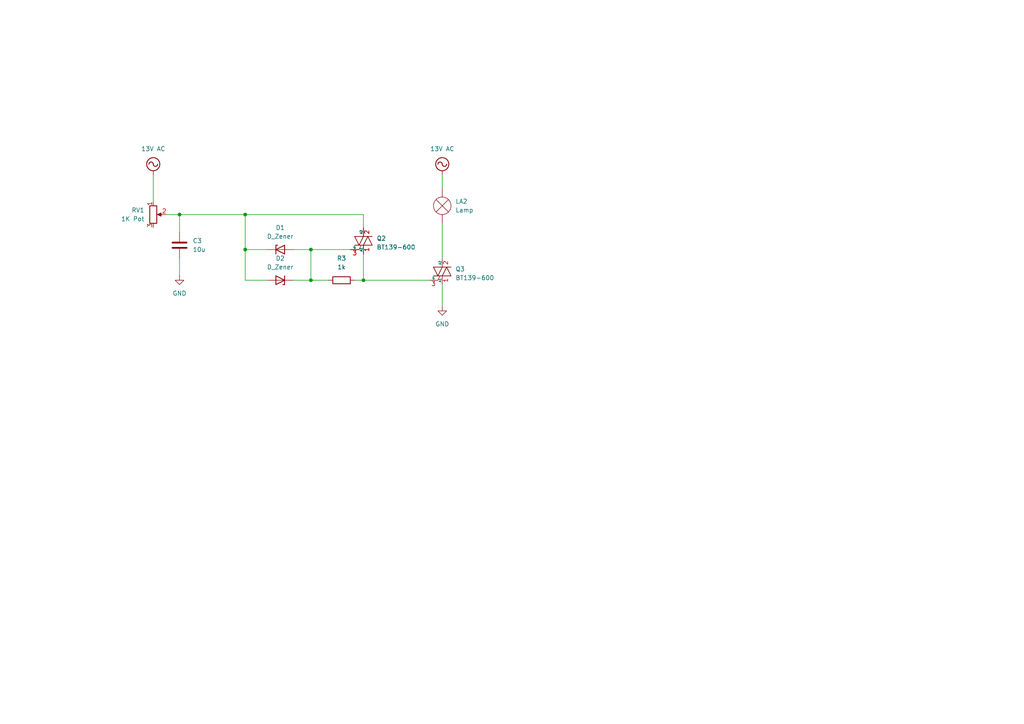
<source format=kicad_sch>
(kicad_sch (version 20231120) (generator "eeschema") (generator_version "8.0")
  (paper "A4")
  (lib_symbols
    (symbol "Device:C" (pin_numbers hide) (pin_names (offset 0.254))
      (property "Reference" "C" (at 0.635 2.54 0))
      (property "Value" "C" (at 0.635 -2.54 0))
      (symbol "C_0_1"
        (polyline (pts (xy -2.032 -0.762) (xy 2.032 -0.762)) (stroke (width 0.508)))
        (polyline (pts (xy -2.032 0.762) (xy 2.032 0.762)) (stroke (width 0.508)))
      )
      (symbol "C_1_1"
        (pin passive line (at 0 3.81 270) (length 2.794) (name "~") (number "1"))
        (pin passive line (at 0 -3.81 90) (length 2.794) (name "~") (number "2"))
      )
    )
    (symbol "Device:D_Zener" (pin_numbers hide) (pin_names (offset 1.016) hide)
      (property "Reference" "D" (at 0 2.54 0))
      (property "Value" "D_Zener" (at 0 -2.54 0))
      (symbol "D_Zener_0_1"
        (polyline (pts (xy 1.27 0) (xy -1.27 0)))
        (polyline (pts (xy -1.27 -1.27) (xy -1.27 1.27) (xy -0.762 1.27)) (stroke (width 0.254)))
        (polyline (pts (xy 1.27 -1.27) (xy 1.27 1.27) (xy -1.27 0) (xy 1.27 -1.27)) (stroke (width 0.254)))
      )
      (symbol "D_Zener_1_1"
        (pin passive line (at -3.81 0 0) (length 2.54) (name "K") (number "1"))
        (pin passive line (at 3.81 0 180) (length 2.54) (name "A") (number "2"))
      )
    )
    (symbol "Device:Lamp" (pin_numbers hide) (pin_names (offset 0.0254) hide)
      (property "Reference" "LA" (at 0.635 3.81 0))
      (property "Value" "Lamp" (at 0.635 -3.81 0))
      (symbol "Lamp_0_1"
        (polyline (pts (xy -1.778 1.778) (xy 1.778 -1.778)))
        (polyline (pts (xy 1.778 1.778) (xy -1.778 -1.778)))
        (circle (center 0 0) (radius 2.54))
      )
      (symbol "Lamp_1_1"
        (pin passive line (at 0 -5.08 90) (length 2.54) (name "-") (number "1"))
        (pin passive line (at 0 5.08 270) (length 2.54) (name "+") (number "2"))
      )
    )
    (symbol "Device:R" (pin_numbers hide) (pin_names (offset 0))
      (property "Reference" "R" (at 2.032 0 90))
      (property "Value" "R" (at 0 0 90))
      (symbol "R_0_1"
        (rectangle (start -1.016 -2.54) (end 1.016 2.54) (stroke (width 0.254)))
      )
      (symbol "R_1_1"
        (pin passive line (at 0 3.81 270) (length 1.27) (name "~") (number "1"))
        (pin passive line (at 0 -3.81 90) (length 1.27) (name "~") (number "2"))
      )
    )
    (symbol "Device:R_Potentiometer" (pin_names (offset 1.016) hide)
      (property "Reference" "RV" (at -4.445 0 90))
      (property "Value" "R_Potentiometer" (at -2.54 0 90))
      (symbol "R_Potentiometer_0_1"
        (polyline (pts (xy 2.54 0) (xy 1.524 0)))
        (polyline (pts (xy 1.143 0) (xy 2.286 0.508) (xy 2.286 -0.508) (xy 1.143 0)) (fill (type outline)))
        (rectangle (start 1.016 2.54) (end -1.016 -2.54) (stroke (width 0.254)))
      )
      (symbol "R_Potentiometer_1_1"
        (pin passive line (at 0 3.81 270) (length 1.27) (name "1") (number "1"))
        (pin passive line (at 3.81 0 180) (length 1.27) (name "2") (number "2"))
        (pin passive line (at 0 -3.81 90) (length 1.27) (name "3") (number "3"))
      )
    )
    (symbol "Triac_Thyristor:BT139-600" (pin_names (offset 0))
      (property "Reference" "Q" (at 5.08 1.905 0))
      (property "Value" "BT139-600" (at 5.08 0 0))
      (symbol "BT139-600_0_1"
        (polyline (pts (xy -2.54 -1.27) (xy 2.54 -1.27)) (stroke (width 0.2032)))
        (polyline (pts (xy -2.54 1.27) (xy 2.54 1.27)) (stroke (width 0.2032)))
        (polyline (pts (xy -1.27 -2.54) (xy -0.635 -1.27)))
        (polyline (pts (xy -2.54 1.27) (xy -1.27 -1.27) (xy 0 1.27)) (stroke (width 0.2032)))
        (polyline (pts (xy 0 -1.27) (xy 1.27 1.27) (xy 2.54 -1.27)) (stroke (width 0.2032)))
      )
      (symbol "BT139-600_1_1"
        (pin passive line (at 0 -3.81 90) (length 2.54) (name "A1") (number "1"))
        (pin passive line (at 0 3.81 270) (length 2.54) (name "A2") (number "2"))
        (pin input line (at -3.81 -2.54 0) (length 2.54) (name "G") (number "3"))
      )
    )
    (symbol "power:GND" (power) (pin_numbers hide) (pin_names (offset 0) hide)
      (property "Value" "GND" (at 0 -3.81 0))
      (symbol "GND_0_1"
        (polyline (pts (xy 0 0) (xy 0 -1.27) (xy 1.27 -1.27) (xy 0 -2.54) (xy -1.27 -1.27) (xy 0 -1.27)))
      )
      (symbol "GND_1_1"
        (pin power_in line (at 0 0 270) (length 0) (name "~") (number "1"))
      )
    )
    (symbol "power:VAC" (power) (pin_numbers hide) (pin_names (offset 0) hide)
      (property "Value" "VAC" (at 0 6.35 0))
      (symbol "VAC_0_1"
        (polyline (pts (xy 0 0) (xy 0 1.27)))
        (arc (start 0 3.175) (mid -0.635 3.8073) (end -1.27 3.175) (stroke (width 0.254)))
        (arc (start 0 3.175) (mid 0.635 2.5427) (end 1.27 3.175) (stroke (width 0.254)))
        (circle (center 0 3.175) (radius 1.905) (stroke (width 0.254)))
      )
      (symbol "VAC_1_1"
        (pin power_in line (at 0 0 90) (length 0) (name "~") (number "1"))
      )
    )
  )
  (junction (at 90.17 81.28))
  (junction (at 90.17 72.39))
  (junction (at 52.07 62.23))
  (junction (at 71.12 62.23))
  (junction (at 71.12 72.39))
  (junction (at 105.41 81.28))
  (wire (pts (xy 85.09 72.39) (xy 90.17 72.39)))
  (wire (pts (xy 44.45 50.8) (xy 44.45 58.42)))
  (wire (pts (xy 128.27 82.55) (xy 128.27 88.9)))
  (wire (pts (xy 105.41 81.28) (xy 124.46 81.28)))
  (wire (pts (xy 52.07 62.23) (xy 71.12 62.23)))
  (wire (pts (xy 77.47 72.39) (xy 71.12 72.39)))
  (wire (pts (xy 71.12 81.28) (xy 77.47 81.28)))
  (wire (pts (xy 128.27 50.8) (xy 128.27 54.61)))
  (wire (pts (xy 102.87 81.28) (xy 105.41 81.28)))
  (wire (pts (xy 85.09 81.28) (xy 90.17 81.28)))
  (wire (pts (xy 105.41 73.66) (xy 105.41 81.28)))
  (wire (pts (xy 52.07 80.01) (xy 52.07 74.93)))
  (wire (pts (xy 71.12 72.39) (xy 71.12 81.28)))
  (wire (pts (xy 105.41 62.23) (xy 71.12 62.23)))
  (wire (pts (xy 128.27 64.77) (xy 128.27 74.93)))
  (wire (pts (xy 95.25 81.28) (xy 90.17 81.28)))
  (wire (pts (xy 48.26 62.23) (xy 52.07 62.23)))
  (wire (pts (xy 71.12 62.23) (xy 71.12 72.39)))
  (wire (pts (xy 105.41 66.04) (xy 105.41 62.23)))
  (wire (pts (xy 90.17 72.39) (xy 101.6 72.39)))
  (wire (pts (xy 52.07 67.31) (xy 52.07 62.23)))
  (wire (pts (xy 90.17 72.39) (xy 90.17 81.28)))
  (symbol (lib_id "Triac_Thyristor:BT139-600") (at 105.41 69.85 0) (unit 1)
    (property "Reference" "Q2" (at 109.22 69.1641 0) (effects (justify left)))
    (property "Value" "BT139-600" (at 109.22 71.7041 0) (effects (justify left)))
    (property "Footprint" "Package_TO_SOT_THT:TO-220-3_Vertical" (effects (hide yes)))
    (property "Datasheet" "https://www.rapidonline.com/pdf/47-3240.pdf" (effects (hide yes)))
    (property "Description" "16A RMS, 600V Off-State Voltage, 4Q Triac, TO-220" (effects (hide yes)))
  )
  (symbol (lib_id "Device:D_Zener") (at 81.28 81.28 180) (unit 1)
    (property "Reference" "D2" (at 81.28 74.93 0))
    (property "Value" "D_Zener" (at 81.28 77.47 0))
    (property "Description" "Zener diode" (effects (hide yes)))
  )
  (symbol (lib_id "Device:C") (at 52.07 71.12 0) (unit 1)
    (property "Reference" "C3" (at 55.88 69.8499 0) (effects (justify left)))
    (property "Value" "10u" (at 55.88 72.3899 0) (effects (justify left)))
    (property "Description" "Unpolarized capacitor" (effects (hide yes)))
  )
  (symbol (lib_id "power:GND") (at 128.27 88.9 0) (unit 1)
    (property "Reference" "#PWR012" (effects (hide yes)))
    (property "Value" "GND" (at 128.27 93.98 0))
    (property "Description" "Power symbol creates a global label with name \"GND\" , ground" (effects (hide yes)))
  )
  (symbol (lib_id "power:VAC") (at 44.45 50.8 0) (unit 1)
    (property "Reference" "#PWR010" (effects (hide yes)))
    (property "Value" "13V AC" (at 44.45 43.18 0))
    (property "Description" "Power symbol creates a global label with name \"VAC\"" (effects (hide yes)))
  )
  (symbol (lib_id "Device:R_Potentiometer") (at 44.45 62.23 0) (unit 1)
    (property "Reference" "RV1" (at 41.91 60.9599 0) (effects (justify right)))
    (property "Value" "1K Pot" (at 41.91 63.4999 0) (effects (justify right)))
    (property "Description" "Potentiometer" (effects (hide yes)))
  )
  (symbol (lib_id "power:VAC") (at 128.27 50.8 0) (unit 1)
    (property "Reference" "#PWR013" (effects (hide yes)))
    (property "Value" "13V AC" (at 128.27 43.18 0))
    (property "Description" "Power symbol creates a global label with name \"VAC\"" (effects (hide yes)))
  )
  (symbol (lib_id "Device:D_Zener") (at 81.28 72.39 0) (unit 1)
    (property "Reference" "D1" (at 81.28 66.04 0))
    (property "Value" "D_Zener" (at 81.28 68.58 0))
    (property "Description" "Zener diode" (effects (hide yes)))
  )
  (symbol (lib_id "Device:R") (at 99.06 81.28 90) (unit 1)
    (property "Reference" "R3" (at 99.06 74.93 90))
    (property "Value" "1k" (at 99.06 77.47 90))
    (property "Description" "Resistor" (effects (hide yes)))
  )
  (symbol (lib_id "power:GND") (at 52.07 80.01 0) (unit 1)
    (property "Reference" "#PWR011" (effects (hide yes)))
    (property "Value" "GND" (at 52.07 85.09 0))
    (property "Description" "Power symbol creates a global label with name \"GND\" , ground" (effects (hide yes)))
  )
  (symbol (lib_id "Device:Lamp") (at 128.27 59.69 0) (unit 1)
    (property "Reference" "LA2" (at 132.08 58.4199 0) (effects (justify left)))
    (property "Value" "Lamp" (at 132.08 60.9599 0) (effects (justify left)))
    (property "Description" "Lamp" (effects (hide yes)))
  )
  (symbol (lib_id "Triac_Thyristor:BT139-600") (at 128.27 78.74 0) (unit 1)
    (property "Reference" "Q3" (at 132.08 78.0541 0) (effects (justify left)))
    (property "Value" "BT139-600" (at 132.08 80.5941 0) (effects (justify left)))
    (property "Footprint" "Package_TO_SOT_THT:TO-220-3_Vertical" (effects (hide yes)))
    (property "Datasheet" "https://www.rapidonline.com/pdf/47-3240.pdf" (effects (hide yes)))
    (property "Description" "16A RMS, 600V Off-State Voltage, 4Q Triac, TO-220" (effects (hide yes)))
  )
)
</source>
